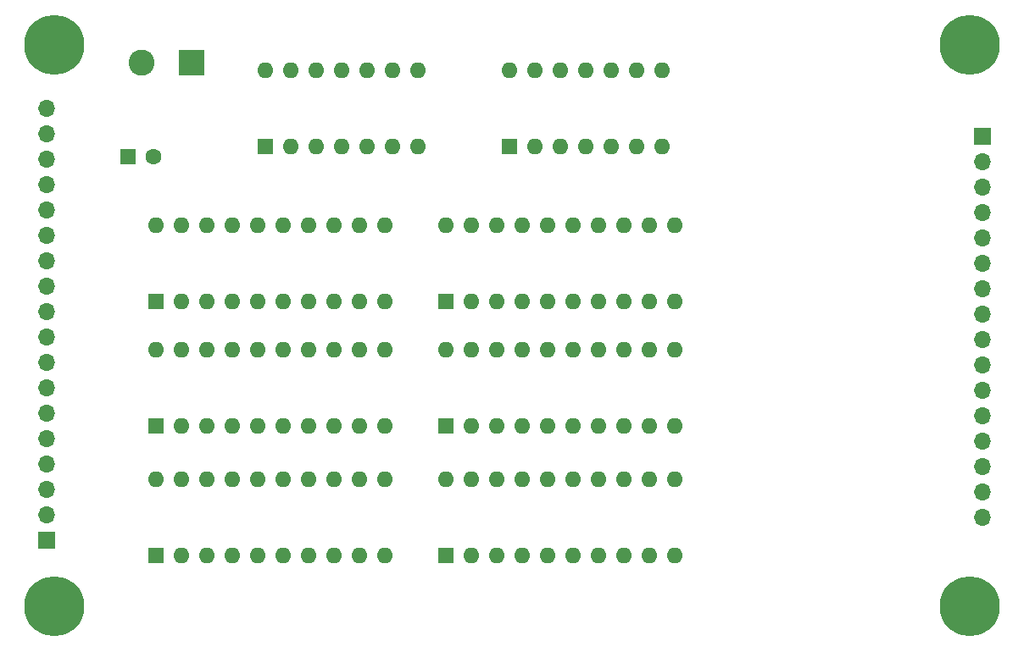
<source format=gbr>
%TF.GenerationSoftware,KiCad,Pcbnew,(5.1.9-0-10_14)*%
%TF.CreationDate,2021-07-04T10:57:11-04:00*%
%TF.ProjectId,register-smd,72656769-7374-4657-922d-736d642e6b69,rev?*%
%TF.SameCoordinates,Original*%
%TF.FileFunction,Soldermask,Bot*%
%TF.FilePolarity,Negative*%
%FSLAX46Y46*%
G04 Gerber Fmt 4.6, Leading zero omitted, Abs format (unit mm)*
G04 Created by KiCad (PCBNEW (5.1.9-0-10_14)) date 2021-07-04 10:57:11*
%MOMM*%
%LPD*%
G01*
G04 APERTURE LIST*
%ADD10O,1.700000X1.700000*%
%ADD11R,1.700000X1.700000*%
%ADD12O,1.600000X1.600000*%
%ADD13R,1.600000X1.600000*%
%ADD14C,1.600000*%
%ADD15C,0.800000*%
%ADD16C,6.000000*%
%ADD17C,2.600000*%
%ADD18R,2.600000X2.600000*%
G04 APERTURE END LIST*
D10*
%TO.C,J2*%
X148590000Y-97028000D03*
X148590000Y-94488000D03*
X148590000Y-91948000D03*
X148590000Y-89408000D03*
X148590000Y-86868000D03*
X148590000Y-84328000D03*
X148590000Y-81788000D03*
X148590000Y-79248000D03*
X148590000Y-76708000D03*
X148590000Y-74168000D03*
X148590000Y-71628000D03*
X148590000Y-69088000D03*
X148590000Y-66548000D03*
X148590000Y-64008000D03*
X148590000Y-61468000D03*
D11*
X148590000Y-58928000D03*
%TD*%
D12*
%TO.C,U47*%
X66040000Y-67818000D03*
X88900000Y-75438000D03*
X68580000Y-67818000D03*
X86360000Y-75438000D03*
X71120000Y-67818000D03*
X83820000Y-75438000D03*
X73660000Y-67818000D03*
X81280000Y-75438000D03*
X76200000Y-67818000D03*
X78740000Y-75438000D03*
X78740000Y-67818000D03*
X76200000Y-75438000D03*
X81280000Y-67818000D03*
X73660000Y-75438000D03*
X83820000Y-67818000D03*
X71120000Y-75438000D03*
X86360000Y-67818000D03*
X68580000Y-75438000D03*
X88900000Y-67818000D03*
D13*
X66040000Y-75438000D03*
%TD*%
D12*
%TO.C,U7*%
X66040000Y-93218000D03*
X88900000Y-100838000D03*
X68580000Y-93218000D03*
X86360000Y-100838000D03*
X71120000Y-93218000D03*
X83820000Y-100838000D03*
X73660000Y-93218000D03*
X81280000Y-100838000D03*
X76200000Y-93218000D03*
X78740000Y-100838000D03*
X78740000Y-93218000D03*
X76200000Y-100838000D03*
X81280000Y-93218000D03*
X73660000Y-100838000D03*
X83820000Y-93218000D03*
X71120000Y-100838000D03*
X86360000Y-93218000D03*
X68580000Y-100838000D03*
X88900000Y-93218000D03*
D13*
X66040000Y-100838000D03*
%TD*%
D12*
%TO.C,U6*%
X94996000Y-93218000D03*
X117856000Y-100838000D03*
X97536000Y-93218000D03*
X115316000Y-100838000D03*
X100076000Y-93218000D03*
X112776000Y-100838000D03*
X102616000Y-93218000D03*
X110236000Y-100838000D03*
X105156000Y-93218000D03*
X107696000Y-100838000D03*
X107696000Y-93218000D03*
X105156000Y-100838000D03*
X110236000Y-93218000D03*
X102616000Y-100838000D03*
X112776000Y-93218000D03*
X100076000Y-100838000D03*
X115316000Y-93218000D03*
X97536000Y-100838000D03*
X117856000Y-93218000D03*
D13*
X94996000Y-100838000D03*
%TD*%
D12*
%TO.C,U5*%
X66040000Y-80264000D03*
X88900000Y-87884000D03*
X68580000Y-80264000D03*
X86360000Y-87884000D03*
X71120000Y-80264000D03*
X83820000Y-87884000D03*
X73660000Y-80264000D03*
X81280000Y-87884000D03*
X76200000Y-80264000D03*
X78740000Y-87884000D03*
X78740000Y-80264000D03*
X76200000Y-87884000D03*
X81280000Y-80264000D03*
X73660000Y-87884000D03*
X83820000Y-80264000D03*
X71120000Y-87884000D03*
X86360000Y-80264000D03*
X68580000Y-87884000D03*
X88900000Y-80264000D03*
D13*
X66040000Y-87884000D03*
%TD*%
D12*
%TO.C,U4*%
X101346000Y-52324000D03*
X116586000Y-59944000D03*
X103886000Y-52324000D03*
X114046000Y-59944000D03*
X106426000Y-52324000D03*
X111506000Y-59944000D03*
X108966000Y-52324000D03*
X108966000Y-59944000D03*
X111506000Y-52324000D03*
X106426000Y-59944000D03*
X114046000Y-52324000D03*
X103886000Y-59944000D03*
X116586000Y-52324000D03*
D13*
X101346000Y-59944000D03*
%TD*%
D12*
%TO.C,U3*%
X94996000Y-80264000D03*
X117856000Y-87884000D03*
X97536000Y-80264000D03*
X115316000Y-87884000D03*
X100076000Y-80264000D03*
X112776000Y-87884000D03*
X102616000Y-80264000D03*
X110236000Y-87884000D03*
X105156000Y-80264000D03*
X107696000Y-87884000D03*
X107696000Y-80264000D03*
X105156000Y-87884000D03*
X110236000Y-80264000D03*
X102616000Y-87884000D03*
X112776000Y-80264000D03*
X100076000Y-87884000D03*
X115316000Y-80264000D03*
X97536000Y-87884000D03*
X117856000Y-80264000D03*
D13*
X94996000Y-87884000D03*
%TD*%
D12*
%TO.C,U2*%
X76962000Y-52324000D03*
X92202000Y-59944000D03*
X79502000Y-52324000D03*
X89662000Y-59944000D03*
X82042000Y-52324000D03*
X87122000Y-59944000D03*
X84582000Y-52324000D03*
X84582000Y-59944000D03*
X87122000Y-52324000D03*
X82042000Y-59944000D03*
X89662000Y-52324000D03*
X79502000Y-59944000D03*
X92202000Y-52324000D03*
D13*
X76962000Y-59944000D03*
%TD*%
D12*
%TO.C,U1*%
X94996000Y-67818000D03*
X117856000Y-75438000D03*
X97536000Y-67818000D03*
X115316000Y-75438000D03*
X100076000Y-67818000D03*
X112776000Y-75438000D03*
X102616000Y-67818000D03*
X110236000Y-75438000D03*
X105156000Y-67818000D03*
X107696000Y-75438000D03*
X107696000Y-67818000D03*
X105156000Y-75438000D03*
X110236000Y-67818000D03*
X102616000Y-75438000D03*
X112776000Y-67818000D03*
X100076000Y-75438000D03*
X115316000Y-67818000D03*
X97536000Y-75438000D03*
X117856000Y-67818000D03*
D13*
X94996000Y-75438000D03*
%TD*%
D14*
%TO.C,C4*%
X65746000Y-60960000D03*
D13*
X63246000Y-60960000D03*
%TD*%
D10*
%TO.C,J8*%
X55118000Y-56134000D03*
X55118000Y-58674000D03*
X55118000Y-61214000D03*
X55118000Y-63754000D03*
X55118000Y-66294000D03*
X55118000Y-68834000D03*
X55118000Y-71374000D03*
X55118000Y-73914000D03*
X55118000Y-76454000D03*
X55118000Y-78994000D03*
X55118000Y-81534000D03*
X55118000Y-84074000D03*
X55118000Y-86614000D03*
X55118000Y-89154000D03*
X55118000Y-91694000D03*
X55118000Y-94234000D03*
X55118000Y-96774000D03*
D11*
X55118000Y-99314000D03*
%TD*%
D15*
%TO.C,REF\u002A\u002A*%
X148910990Y-104327010D03*
X147320000Y-103668000D03*
X145729010Y-104327010D03*
X145070000Y-105918000D03*
X145729010Y-107508990D03*
X147320000Y-108168000D03*
X148910990Y-107508990D03*
X149570000Y-105918000D03*
D16*
X147320000Y-105918000D03*
%TD*%
%TO.C,REF\u002A\u002A*%
X147320000Y-49784000D03*
D15*
X149570000Y-49784000D03*
X148910990Y-51374990D03*
X147320000Y-52034000D03*
X145729010Y-51374990D03*
X145070000Y-49784000D03*
X145729010Y-48193010D03*
X147320000Y-47534000D03*
X148910990Y-48193010D03*
%TD*%
D16*
%TO.C,REF\u002A\u002A*%
X55880000Y-105918000D03*
D15*
X58130000Y-105918000D03*
X57470990Y-107508990D03*
X55880000Y-108168000D03*
X54289010Y-107508990D03*
X53630000Y-105918000D03*
X54289010Y-104327010D03*
X55880000Y-103668000D03*
X57470990Y-104327010D03*
%TD*%
D17*
%TO.C,J1*%
X64596000Y-51562000D03*
D18*
X69596000Y-51562000D03*
%TD*%
D15*
%TO.C,REF\u002A\u002A*%
X57470990Y-48193010D03*
X55880000Y-47534000D03*
X54289010Y-48193010D03*
X53630000Y-49784000D03*
X54289010Y-51374990D03*
X55880000Y-52034000D03*
X57470990Y-51374990D03*
X58130000Y-49784000D03*
D16*
X55880000Y-49784000D03*
%TD*%
M02*

</source>
